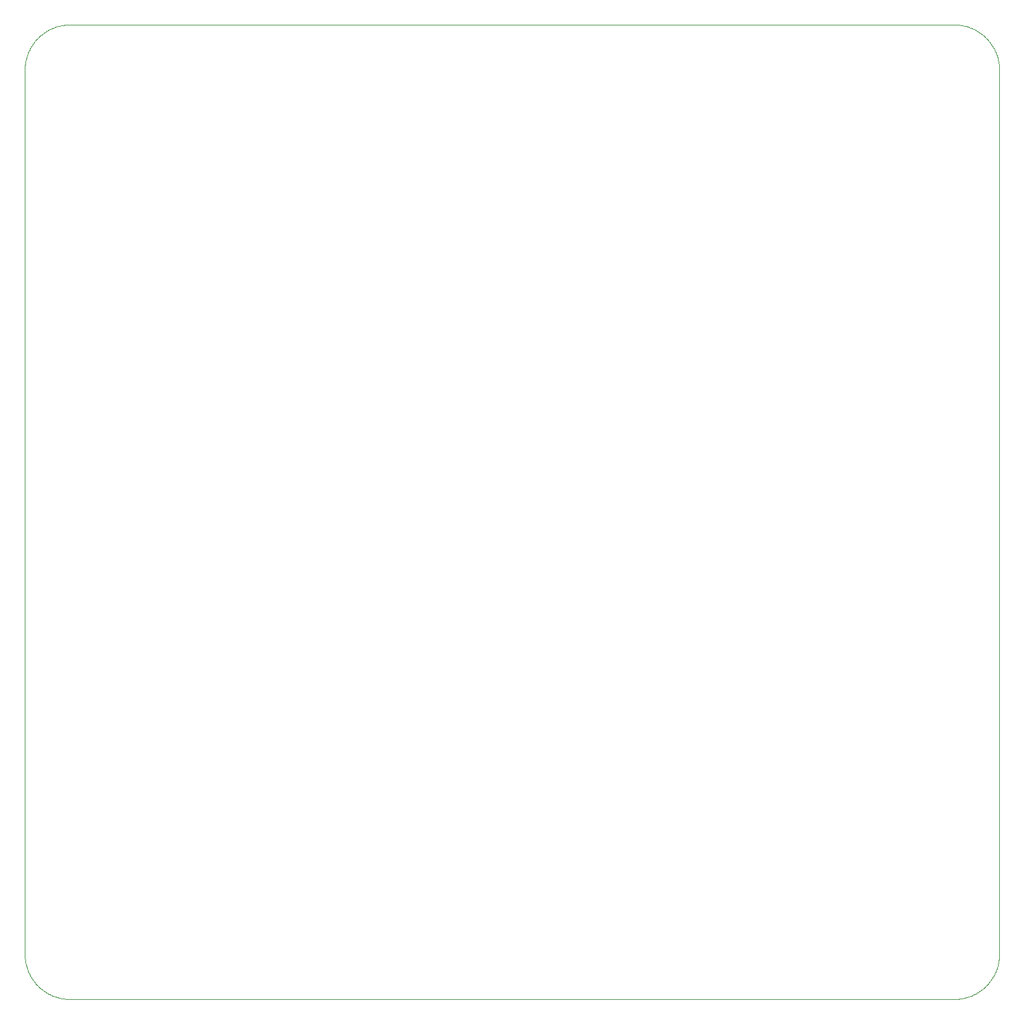
<source format=gbr>
%TF.GenerationSoftware,KiCad,Pcbnew,(5.1.6-0-10_14)*%
%TF.CreationDate,2020-09-05T22:35:40+02:00*%
%TF.ProjectId,m5matrix,6d356d61-7472-4697-982e-6b696361645f,rev?*%
%TF.SameCoordinates,Original*%
%TF.FileFunction,Profile,NP*%
%FSLAX46Y46*%
G04 Gerber Fmt 4.6, Leading zero omitted, Abs format (unit mm)*
G04 Created by KiCad (PCBNEW (5.1.6-0-10_14)) date 2020-09-05 22:35:40*
%MOMM*%
%LPD*%
G01*
G04 APERTURE LIST*
%TA.AperFunction,Profile*%
%ADD10C,0.100000*%
%TD*%
G04 APERTURE END LIST*
D10*
X188763688Y-32150787D02*
X188913853Y-32152649D01*
X188913853Y-32152649D02*
X189063572Y-32158219D01*
X189063572Y-32158219D02*
X189212781Y-32167471D01*
X189212781Y-32167471D02*
X189361420Y-32180380D01*
X189361420Y-32180380D02*
X189509426Y-32196919D01*
X189509426Y-32196919D02*
X189656738Y-32217063D01*
X189656738Y-32217063D02*
X189803293Y-32240786D01*
X189803293Y-32240786D02*
X189949029Y-32268064D01*
X189949029Y-32268064D02*
X190093884Y-32298869D01*
X190093884Y-32298869D02*
X190237797Y-32333176D01*
X190237797Y-32333176D02*
X190380706Y-32370961D01*
X190380706Y-32370961D02*
X190522548Y-32412196D01*
X190522548Y-32412196D02*
X190663261Y-32456857D01*
X190663261Y-32456857D02*
X190802784Y-32504917D01*
X190802784Y-32504917D02*
X190941055Y-32556351D01*
X190941055Y-32556351D02*
X191078011Y-32611134D01*
X191078011Y-32611134D02*
X191213591Y-32669240D01*
X191213591Y-32669240D02*
X191347733Y-32730642D01*
X191347733Y-32730642D02*
X191480374Y-32795316D01*
X191480374Y-32795316D02*
X191611453Y-32863236D01*
X191611453Y-32863236D02*
X191740909Y-32934375D01*
X191740909Y-32934375D02*
X191868678Y-33008710D01*
X191868678Y-33008710D02*
X191994699Y-33086212D01*
X191994699Y-33086212D02*
X192118909Y-33166858D01*
X192118909Y-33166858D02*
X192241248Y-33250621D01*
X192241248Y-33250621D02*
X192361653Y-33337476D01*
X192361653Y-33337476D02*
X192480062Y-33427397D01*
X192480062Y-33427397D02*
X192596413Y-33520359D01*
X192596413Y-33520359D02*
X192710645Y-33616335D01*
X192710645Y-33616335D02*
X192822694Y-33715300D01*
X192822694Y-33715300D02*
X192932500Y-33817228D01*
X192932500Y-33817228D02*
X193040000Y-33922095D01*
X70964406Y-32150787D02*
X70964406Y-32150787D01*
X64916787Y-155997688D02*
X64916787Y-38198406D01*
X66688094Y-33922095D02*
X66795593Y-33817228D01*
X66795593Y-33817228D02*
X66905399Y-33715300D01*
X66905399Y-33715300D02*
X67017448Y-33616335D01*
X67017448Y-33616335D02*
X67131680Y-33520359D01*
X67131680Y-33520359D02*
X67248031Y-33427397D01*
X67248031Y-33427397D02*
X67366440Y-33337476D01*
X67366440Y-33337476D02*
X67486845Y-33250621D01*
X67486845Y-33250621D02*
X67609184Y-33166858D01*
X67609184Y-33166858D02*
X67733394Y-33086212D01*
X67733394Y-33086212D02*
X67859415Y-33008710D01*
X67859415Y-33008710D02*
X67987184Y-32934375D01*
X67987184Y-32934375D02*
X68116640Y-32863236D01*
X68116640Y-32863236D02*
X68247719Y-32795316D01*
X68247719Y-32795316D02*
X68380360Y-32730642D01*
X68380360Y-32730642D02*
X68514502Y-32669240D01*
X68514502Y-32669240D02*
X68650082Y-32611134D01*
X68650082Y-32611134D02*
X68787038Y-32556351D01*
X68787038Y-32556351D02*
X68925309Y-32504917D01*
X68925309Y-32504917D02*
X69064832Y-32456857D01*
X69064832Y-32456857D02*
X69205545Y-32412196D01*
X69205545Y-32412196D02*
X69347387Y-32370961D01*
X69347387Y-32370961D02*
X69490296Y-32333176D01*
X69490296Y-32333176D02*
X69634209Y-32298869D01*
X69634209Y-32298869D02*
X69779064Y-32268064D01*
X69779064Y-32268064D02*
X69924800Y-32240786D01*
X69924800Y-32240786D02*
X70071355Y-32217063D01*
X70071355Y-32217063D02*
X70218667Y-32196919D01*
X70218667Y-32196919D02*
X70366673Y-32180380D01*
X70366673Y-32180380D02*
X70515312Y-32167471D01*
X70515312Y-32167471D02*
X70664521Y-32158219D01*
X70664521Y-32158219D02*
X70814240Y-32152649D01*
X70814240Y-32152649D02*
X70964406Y-32150787D01*
X64916787Y-38198406D02*
X64918649Y-38048240D01*
X64918649Y-38048240D02*
X64924219Y-37898521D01*
X64924219Y-37898521D02*
X64933471Y-37749312D01*
X64933471Y-37749312D02*
X64946380Y-37600673D01*
X64946380Y-37600673D02*
X64962919Y-37452667D01*
X64962919Y-37452667D02*
X64983063Y-37305355D01*
X64983063Y-37305355D02*
X65006786Y-37158800D01*
X65006786Y-37158800D02*
X65034064Y-37013064D01*
X65034064Y-37013064D02*
X65064869Y-36868209D01*
X65064869Y-36868209D02*
X65099176Y-36724296D01*
X65099176Y-36724296D02*
X65136961Y-36581387D01*
X65136961Y-36581387D02*
X65178196Y-36439545D01*
X65178196Y-36439545D02*
X65222857Y-36298832D01*
X65222857Y-36298832D02*
X65270917Y-36159309D01*
X65270917Y-36159309D02*
X65322351Y-36021038D01*
X65322351Y-36021038D02*
X65377134Y-35884082D01*
X65377134Y-35884082D02*
X65435240Y-35748502D01*
X65435240Y-35748502D02*
X65496642Y-35614360D01*
X65496642Y-35614360D02*
X65561316Y-35481719D01*
X65561316Y-35481719D02*
X65629236Y-35350640D01*
X65629236Y-35350640D02*
X65700375Y-35221185D01*
X65700375Y-35221185D02*
X65774709Y-35093416D01*
X65774709Y-35093416D02*
X65852212Y-34967395D01*
X65852212Y-34967395D02*
X65932858Y-34843184D01*
X65932858Y-34843184D02*
X66016621Y-34720845D01*
X66016621Y-34720845D02*
X66103476Y-34600440D01*
X66103476Y-34600440D02*
X66193397Y-34482031D01*
X66193397Y-34482031D02*
X66286358Y-34365680D01*
X66286358Y-34365680D02*
X66382334Y-34251449D01*
X66382334Y-34251449D02*
X66481299Y-34139400D01*
X66481299Y-34139400D02*
X66583227Y-34029594D01*
X66583227Y-34029594D02*
X66688094Y-33922095D01*
X188763688Y-162045307D02*
X70964406Y-162045307D01*
X66688094Y-160274000D02*
X66583227Y-160166500D01*
X66583227Y-160166500D02*
X66481299Y-160056694D01*
X66481299Y-160056694D02*
X66382334Y-159944645D01*
X66382334Y-159944645D02*
X66286358Y-159830413D01*
X66286358Y-159830413D02*
X66193397Y-159714062D01*
X66193397Y-159714062D02*
X66103476Y-159595653D01*
X66103476Y-159595653D02*
X66016621Y-159475248D01*
X66016621Y-159475248D02*
X65932858Y-159352909D01*
X65932858Y-159352909D02*
X65852212Y-159228699D01*
X65852212Y-159228699D02*
X65774709Y-159102678D01*
X65774709Y-159102678D02*
X65700375Y-158974909D01*
X65700375Y-158974909D02*
X65629236Y-158845453D01*
X65629236Y-158845453D02*
X65561316Y-158714374D01*
X65561316Y-158714374D02*
X65496642Y-158581733D01*
X65496642Y-158581733D02*
X65435240Y-158447591D01*
X65435240Y-158447591D02*
X65377134Y-158312011D01*
X65377134Y-158312011D02*
X65322351Y-158175055D01*
X65322351Y-158175055D02*
X65270917Y-158036784D01*
X65270917Y-158036784D02*
X65222857Y-157897261D01*
X65222857Y-157897261D02*
X65178196Y-157756548D01*
X65178196Y-157756548D02*
X65136961Y-157614706D01*
X65136961Y-157614706D02*
X65099176Y-157471797D01*
X65099176Y-157471797D02*
X65064869Y-157327884D01*
X65064869Y-157327884D02*
X65034064Y-157183029D01*
X65034064Y-157183029D02*
X65006786Y-157037293D01*
X65006786Y-157037293D02*
X64983063Y-156890738D01*
X64983063Y-156890738D02*
X64962919Y-156743426D01*
X64962919Y-156743426D02*
X64946380Y-156595420D01*
X64946380Y-156595420D02*
X64933471Y-156446781D01*
X64933471Y-156446781D02*
X64924219Y-156297572D01*
X64924219Y-156297572D02*
X64918649Y-156147853D01*
X64918649Y-156147853D02*
X64916787Y-155997688D01*
X70964406Y-162045307D02*
X70814240Y-162043444D01*
X70814240Y-162043444D02*
X70664521Y-162037874D01*
X70664521Y-162037874D02*
X70515312Y-162028622D01*
X70515312Y-162028622D02*
X70366673Y-162015713D01*
X70366673Y-162015713D02*
X70218667Y-161999174D01*
X70218667Y-161999174D02*
X70071355Y-161979030D01*
X70071355Y-161979030D02*
X69924800Y-161955307D01*
X69924800Y-161955307D02*
X69779064Y-161928029D01*
X69779064Y-161928029D02*
X69634209Y-161897224D01*
X69634209Y-161897224D02*
X69490296Y-161862917D01*
X69490296Y-161862917D02*
X69347387Y-161825132D01*
X69347387Y-161825132D02*
X69205545Y-161783897D01*
X69205545Y-161783897D02*
X69064832Y-161739236D01*
X69064832Y-161739236D02*
X68925309Y-161691176D01*
X68925309Y-161691176D02*
X68787038Y-161639742D01*
X68787038Y-161639742D02*
X68650082Y-161584959D01*
X68650082Y-161584959D02*
X68514502Y-161526853D01*
X68514502Y-161526853D02*
X68380360Y-161465451D01*
X68380360Y-161465451D02*
X68247719Y-161400777D01*
X68247719Y-161400777D02*
X68116640Y-161332857D01*
X68116640Y-161332857D02*
X67987184Y-161261718D01*
X67987184Y-161261718D02*
X67859415Y-161187384D01*
X67859415Y-161187384D02*
X67733394Y-161109881D01*
X67733394Y-161109881D02*
X67609184Y-161029235D01*
X67609184Y-161029235D02*
X67486845Y-160945472D01*
X67486845Y-160945472D02*
X67366440Y-160858617D01*
X67366440Y-160858617D02*
X67248031Y-160768696D01*
X67248031Y-160768696D02*
X67131680Y-160675735D01*
X67131680Y-160675735D02*
X67017448Y-160579759D01*
X67017448Y-160579759D02*
X66905399Y-160480794D01*
X66905399Y-160480794D02*
X66795593Y-160378866D01*
X66795593Y-160378866D02*
X66688094Y-160274000D01*
X70964406Y-32150787D02*
X188763688Y-32150787D01*
X194811307Y-155997688D02*
X194809444Y-156147853D01*
X194809444Y-156147853D02*
X194803874Y-156297572D01*
X194803874Y-156297572D02*
X194794622Y-156446781D01*
X194794622Y-156446781D02*
X194781713Y-156595420D01*
X194781713Y-156595420D02*
X194765174Y-156743426D01*
X194765174Y-156743426D02*
X194745030Y-156890738D01*
X194745030Y-156890738D02*
X194721307Y-157037293D01*
X194721307Y-157037293D02*
X194694029Y-157183029D01*
X194694029Y-157183029D02*
X194663224Y-157327884D01*
X194663224Y-157327884D02*
X194628917Y-157471797D01*
X194628917Y-157471797D02*
X194591132Y-157614706D01*
X194591132Y-157614706D02*
X194549897Y-157756548D01*
X194549897Y-157756548D02*
X194505236Y-157897261D01*
X194505236Y-157897261D02*
X194457176Y-158036784D01*
X194457176Y-158036784D02*
X194405742Y-158175055D01*
X194405742Y-158175055D02*
X194350959Y-158312011D01*
X194350959Y-158312011D02*
X194292853Y-158447591D01*
X194292853Y-158447591D02*
X194231451Y-158581733D01*
X194231451Y-158581733D02*
X194166777Y-158714374D01*
X194166777Y-158714374D02*
X194098857Y-158845453D01*
X194098857Y-158845453D02*
X194027718Y-158974909D01*
X194027718Y-158974909D02*
X193953384Y-159102678D01*
X193953384Y-159102678D02*
X193875881Y-159228699D01*
X193875881Y-159228699D02*
X193795235Y-159352909D01*
X193795235Y-159352909D02*
X193711472Y-159475248D01*
X193711472Y-159475248D02*
X193624617Y-159595653D01*
X193624617Y-159595653D02*
X193534696Y-159714062D01*
X193534696Y-159714062D02*
X193441735Y-159830413D01*
X193441735Y-159830413D02*
X193345759Y-159944645D01*
X193345759Y-159944645D02*
X193246794Y-160056694D01*
X193246794Y-160056694D02*
X193144866Y-160166500D01*
X193144866Y-160166500D02*
X193040000Y-160274000D01*
X193040000Y-33922095D02*
X193144866Y-34029594D01*
X193144866Y-34029594D02*
X193246794Y-34139400D01*
X193246794Y-34139400D02*
X193345759Y-34251449D01*
X193345759Y-34251449D02*
X193441735Y-34365680D01*
X193441735Y-34365680D02*
X193534696Y-34482031D01*
X193534696Y-34482031D02*
X193624617Y-34600440D01*
X193624617Y-34600440D02*
X193711472Y-34720845D01*
X193711472Y-34720845D02*
X193795235Y-34843184D01*
X193795235Y-34843184D02*
X193875881Y-34967395D01*
X193875881Y-34967395D02*
X193953384Y-35093416D01*
X193953384Y-35093416D02*
X194027718Y-35221185D01*
X194027718Y-35221185D02*
X194098857Y-35350640D01*
X194098857Y-35350640D02*
X194166777Y-35481719D01*
X194166777Y-35481719D02*
X194231451Y-35614360D01*
X194231451Y-35614360D02*
X194292853Y-35748502D01*
X194292853Y-35748502D02*
X194350959Y-35884082D01*
X194350959Y-35884082D02*
X194405742Y-36021038D01*
X194405742Y-36021038D02*
X194457176Y-36159309D01*
X194457176Y-36159309D02*
X194505236Y-36298832D01*
X194505236Y-36298832D02*
X194549897Y-36439545D01*
X194549897Y-36439545D02*
X194591132Y-36581387D01*
X194591132Y-36581387D02*
X194628917Y-36724296D01*
X194628917Y-36724296D02*
X194663224Y-36868209D01*
X194663224Y-36868209D02*
X194694029Y-37013064D01*
X194694029Y-37013064D02*
X194721307Y-37158800D01*
X194721307Y-37158800D02*
X194745030Y-37305355D01*
X194745030Y-37305355D02*
X194765174Y-37452667D01*
X194765174Y-37452667D02*
X194781713Y-37600673D01*
X194781713Y-37600673D02*
X194794622Y-37749312D01*
X194794622Y-37749312D02*
X194803874Y-37898521D01*
X194803874Y-37898521D02*
X194809444Y-38048240D01*
X194809444Y-38048240D02*
X194811307Y-38198406D01*
X194811307Y-38198406D02*
X194811307Y-155997688D01*
X193040000Y-160274000D02*
X192932500Y-160378866D01*
X192932500Y-160378866D02*
X192822694Y-160480794D01*
X192822694Y-160480794D02*
X192710645Y-160579759D01*
X192710645Y-160579759D02*
X192596413Y-160675735D01*
X192596413Y-160675735D02*
X192480062Y-160768696D01*
X192480062Y-160768696D02*
X192361653Y-160858617D01*
X192361653Y-160858617D02*
X192241248Y-160945472D01*
X192241248Y-160945472D02*
X192118909Y-161029235D01*
X192118909Y-161029235D02*
X191994699Y-161109881D01*
X191994699Y-161109881D02*
X191868678Y-161187384D01*
X191868678Y-161187384D02*
X191740909Y-161261718D01*
X191740909Y-161261718D02*
X191611453Y-161332857D01*
X191611453Y-161332857D02*
X191480374Y-161400777D01*
X191480374Y-161400777D02*
X191347733Y-161465451D01*
X191347733Y-161465451D02*
X191213591Y-161526853D01*
X191213591Y-161526853D02*
X191078011Y-161584959D01*
X191078011Y-161584959D02*
X190941055Y-161639742D01*
X190941055Y-161639742D02*
X190802784Y-161691176D01*
X190802784Y-161691176D02*
X190663261Y-161739236D01*
X190663261Y-161739236D02*
X190522548Y-161783897D01*
X190522548Y-161783897D02*
X190380706Y-161825132D01*
X190380706Y-161825132D02*
X190237797Y-161862917D01*
X190237797Y-161862917D02*
X190093884Y-161897224D01*
X190093884Y-161897224D02*
X189949029Y-161928029D01*
X189949029Y-161928029D02*
X189803293Y-161955307D01*
X189803293Y-161955307D02*
X189656738Y-161979030D01*
X189656738Y-161979030D02*
X189509426Y-161999174D01*
X189509426Y-161999174D02*
X189361420Y-162015713D01*
X189361420Y-162015713D02*
X189212781Y-162028622D01*
X189212781Y-162028622D02*
X189063572Y-162037874D01*
X189063572Y-162037874D02*
X188913853Y-162043444D01*
X188913853Y-162043444D02*
X188763688Y-162045307D01*
M02*

</source>
